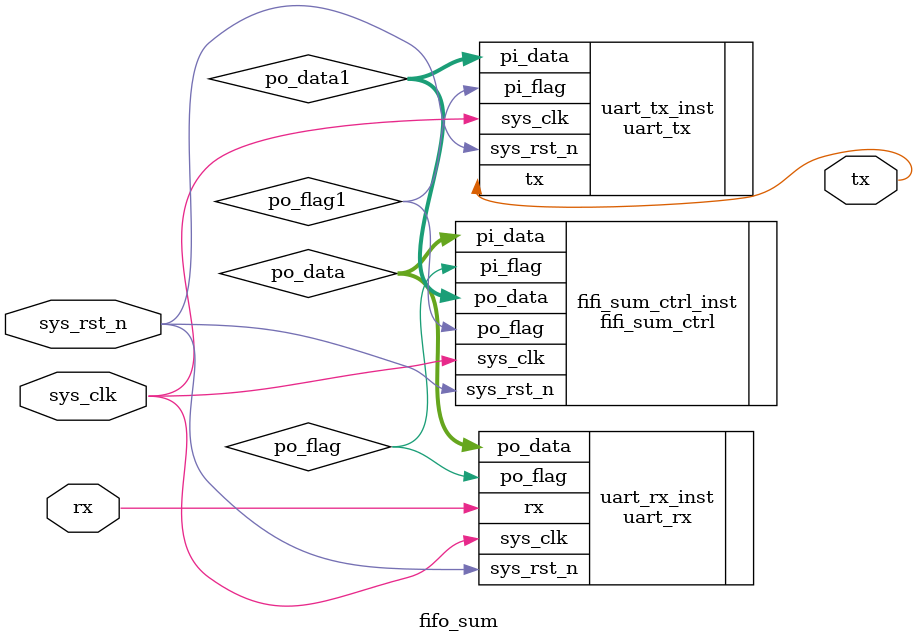
<source format=v>
module  fifo_sum(

    input   wire       sys_clk     ,
    input   wire       sys_rst_n   ,
    input   wire       rx          ,
    
    output  wire       tx          
    
);

wire    [7:0]   po_data ;
wire    [7:0]   po_data1;
wire            po_flag ;
wire            po_flag1;



uart_rx uart_rx_inst
(
    .sys_clk     (sys_clk  ),
    .sys_rst_n   (sys_rst_n),
    .rx          (rx       ),
    
    .po_data     (po_data  ),
    .po_flag     (po_flag  )

);

uart_tx uart_tx_inst
(
    .sys_clk     (sys_clk  ),
    .sys_rst_n   (sys_rst_n),
    .pi_data     (po_data1 ),
    .pi_flag     (po_flag1 ),
                  
    .tx          (tx       )

);

fifi_sum_ctrl fifi_sum_ctrl_inst
(

    .sys_clk     (sys_clk  ),
    .sys_rst_n   (sys_rst_n),
    .pi_flag     (po_flag  ),
    .pi_data     (po_data  ),
   
    .po_flag     (po_flag1  ),
    .po_data     (po_data1  )

);


endmodule
</source>
